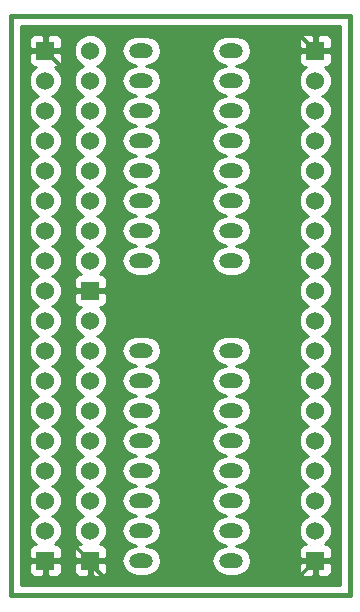
<source format=gbl>
G04 (created by PCBNEW (2013-01-23 BZR 3920)-testing) date Thu 24 Jan 2013 01:11:53 AM CET*
%MOIN*%
G04 Gerber Fmt 3.4, Leading zero omitted, Abs format*
%FSLAX34Y34*%
G01*
G70*
G90*
G04 APERTURE LIST*
%ADD10C,2.3622e-06*%
%ADD11C,0.015*%
%ADD12O,0.08X0.05*%
%ADD13R,0.06X0.06*%
%ADD14C,0.06*%
%ADD15C,0.012*%
%ADD16C,0.01*%
G04 APERTURE END LIST*
G54D10*
G54D11*
X64950Y-33050D02*
X64950Y-13750D01*
X76250Y-33050D02*
X76250Y-13750D01*
X64950Y-33050D02*
X76250Y-33050D01*
X64950Y-13750D02*
X76250Y-13750D01*
G54D12*
X72300Y-31900D03*
X72300Y-30900D03*
X72300Y-29900D03*
X72300Y-28900D03*
X72300Y-27900D03*
X72300Y-26900D03*
X72300Y-25900D03*
X72300Y-24900D03*
X69300Y-24900D03*
X69300Y-25900D03*
X69300Y-26900D03*
X69300Y-27900D03*
X69300Y-28900D03*
X69300Y-29900D03*
X69300Y-30900D03*
X69300Y-31900D03*
X72300Y-21900D03*
X72300Y-20900D03*
X72300Y-19900D03*
X72300Y-18900D03*
X72300Y-17900D03*
X72300Y-16900D03*
X72300Y-15900D03*
X72300Y-14900D03*
X69300Y-14900D03*
X69300Y-15900D03*
X69300Y-16900D03*
X69300Y-17900D03*
X69300Y-18900D03*
X69300Y-19900D03*
X69300Y-20900D03*
X69300Y-21900D03*
G54D13*
X67600Y-31900D03*
G54D14*
X67600Y-30900D03*
X67600Y-29900D03*
X67600Y-28900D03*
X67600Y-27900D03*
X67600Y-26900D03*
X67600Y-25900D03*
X67600Y-24900D03*
X67600Y-23900D03*
G54D13*
X66100Y-14900D03*
G54D14*
X66100Y-15900D03*
X66100Y-16900D03*
X66100Y-17900D03*
X66100Y-18900D03*
X66100Y-19900D03*
X66100Y-20900D03*
X66100Y-21900D03*
X66100Y-22900D03*
G54D13*
X66100Y-31900D03*
G54D14*
X66100Y-30900D03*
X66100Y-29900D03*
X66100Y-28900D03*
X66100Y-27900D03*
X66100Y-26900D03*
X66100Y-25900D03*
X66100Y-24900D03*
X66100Y-23900D03*
G54D13*
X75100Y-31900D03*
G54D14*
X75100Y-30900D03*
X75100Y-29900D03*
X75100Y-28900D03*
X75100Y-27900D03*
X75100Y-26900D03*
X75100Y-25900D03*
X75100Y-24900D03*
X75100Y-23900D03*
G54D13*
X75100Y-14900D03*
G54D14*
X75100Y-15900D03*
X75100Y-16900D03*
X75100Y-17900D03*
X75100Y-18900D03*
X75100Y-19900D03*
X75100Y-20900D03*
X75100Y-21900D03*
X75100Y-22900D03*
G54D13*
X67600Y-22900D03*
G54D14*
X67600Y-21900D03*
X67600Y-20900D03*
X67600Y-19900D03*
X67600Y-18900D03*
X67600Y-17900D03*
X67600Y-16900D03*
X67600Y-15900D03*
X67600Y-14900D03*
G54D15*
X66100Y-14900D02*
X66100Y-14400D01*
X74350Y-14150D02*
X75100Y-14900D01*
X66350Y-14150D02*
X74350Y-14150D01*
X66100Y-14400D02*
X66350Y-14150D01*
X66850Y-15650D02*
X66100Y-14900D01*
X66850Y-22600D02*
X66850Y-15650D01*
X67150Y-22900D02*
X66850Y-22600D01*
X67600Y-31900D02*
X67600Y-32000D01*
X74450Y-32550D02*
X75100Y-31900D01*
X68150Y-32550D02*
X74450Y-32550D01*
X67600Y-32000D02*
X68150Y-32550D01*
X67600Y-22900D02*
X67150Y-22900D01*
X67150Y-22900D02*
X66900Y-23150D01*
X66900Y-31200D02*
X67600Y-31900D01*
X66900Y-23150D02*
X66900Y-31200D01*
X66100Y-31900D02*
X67600Y-31900D01*
G54D10*
G36*
X75925Y-32725D02*
X75650Y-32725D01*
X75650Y-30791D01*
X75566Y-30588D01*
X75411Y-30434D01*
X75330Y-30400D01*
X75411Y-30366D01*
X75565Y-30211D01*
X75649Y-30009D01*
X75650Y-29791D01*
X75566Y-29588D01*
X75411Y-29434D01*
X75330Y-29400D01*
X75411Y-29366D01*
X75565Y-29211D01*
X75649Y-29009D01*
X75650Y-28791D01*
X75566Y-28588D01*
X75411Y-28434D01*
X75330Y-28400D01*
X75411Y-28366D01*
X75565Y-28211D01*
X75649Y-28009D01*
X75650Y-27791D01*
X75566Y-27588D01*
X75411Y-27434D01*
X75330Y-27400D01*
X75411Y-27366D01*
X75565Y-27211D01*
X75649Y-27009D01*
X75650Y-26791D01*
X75566Y-26588D01*
X75411Y-26434D01*
X75330Y-26400D01*
X75411Y-26366D01*
X75565Y-26211D01*
X75649Y-26009D01*
X75650Y-25791D01*
X75566Y-25588D01*
X75411Y-25434D01*
X75330Y-25400D01*
X75411Y-25366D01*
X75565Y-25211D01*
X75649Y-25009D01*
X75650Y-24791D01*
X75566Y-24588D01*
X75411Y-24434D01*
X75330Y-24400D01*
X75411Y-24366D01*
X75565Y-24211D01*
X75649Y-24009D01*
X75650Y-23791D01*
X75566Y-23588D01*
X75411Y-23434D01*
X75330Y-23400D01*
X75411Y-23366D01*
X75565Y-23211D01*
X75649Y-23009D01*
X75650Y-22791D01*
X75566Y-22588D01*
X75411Y-22434D01*
X75330Y-22400D01*
X75411Y-22366D01*
X75565Y-22211D01*
X75649Y-22009D01*
X75650Y-21791D01*
X75566Y-21588D01*
X75411Y-21434D01*
X75330Y-21400D01*
X75411Y-21366D01*
X75565Y-21211D01*
X75649Y-21009D01*
X75650Y-20791D01*
X75566Y-20588D01*
X75411Y-20434D01*
X75330Y-20400D01*
X75411Y-20366D01*
X75565Y-20211D01*
X75649Y-20009D01*
X75650Y-19791D01*
X75566Y-19588D01*
X75411Y-19434D01*
X75330Y-19400D01*
X75411Y-19366D01*
X75565Y-19211D01*
X75649Y-19009D01*
X75650Y-18791D01*
X75566Y-18588D01*
X75411Y-18434D01*
X75330Y-18400D01*
X75411Y-18366D01*
X75565Y-18211D01*
X75649Y-18009D01*
X75650Y-17791D01*
X75566Y-17588D01*
X75411Y-17434D01*
X75330Y-17400D01*
X75411Y-17366D01*
X75565Y-17211D01*
X75649Y-17009D01*
X75650Y-16791D01*
X75566Y-16588D01*
X75411Y-16434D01*
X75330Y-16400D01*
X75411Y-16366D01*
X75565Y-16211D01*
X75649Y-16009D01*
X75650Y-15791D01*
X75566Y-15588D01*
X75427Y-15449D01*
X75449Y-15449D01*
X75541Y-15411D01*
X75612Y-15341D01*
X75650Y-15249D01*
X75650Y-14550D01*
X75612Y-14458D01*
X75541Y-14388D01*
X75449Y-14350D01*
X75350Y-14349D01*
X75212Y-14350D01*
X75150Y-14412D01*
X75150Y-14850D01*
X75587Y-14850D01*
X75650Y-14787D01*
X75650Y-14550D01*
X75650Y-15249D01*
X75650Y-15012D01*
X75587Y-14950D01*
X75200Y-14950D01*
X75150Y-14950D01*
X75050Y-14950D01*
X75050Y-14850D01*
X75050Y-14412D01*
X74987Y-14350D01*
X74849Y-14349D01*
X74750Y-14350D01*
X74658Y-14388D01*
X74587Y-14458D01*
X74549Y-14550D01*
X74550Y-14787D01*
X74612Y-14850D01*
X75050Y-14850D01*
X75050Y-14950D01*
X75000Y-14950D01*
X74612Y-14950D01*
X74550Y-15012D01*
X74549Y-15249D01*
X74587Y-15341D01*
X74658Y-15411D01*
X74750Y-15449D01*
X74772Y-15449D01*
X74634Y-15588D01*
X74550Y-15790D01*
X74549Y-16008D01*
X74633Y-16211D01*
X74788Y-16365D01*
X74869Y-16399D01*
X74788Y-16433D01*
X74634Y-16588D01*
X74550Y-16790D01*
X74549Y-17008D01*
X74633Y-17211D01*
X74788Y-17365D01*
X74869Y-17399D01*
X74788Y-17433D01*
X74634Y-17588D01*
X74550Y-17790D01*
X74549Y-18008D01*
X74633Y-18211D01*
X74788Y-18365D01*
X74869Y-18399D01*
X74788Y-18433D01*
X74634Y-18588D01*
X74550Y-18790D01*
X74549Y-19008D01*
X74633Y-19211D01*
X74788Y-19365D01*
X74869Y-19399D01*
X74788Y-19433D01*
X74634Y-19588D01*
X74550Y-19790D01*
X74549Y-20008D01*
X74633Y-20211D01*
X74788Y-20365D01*
X74869Y-20399D01*
X74788Y-20433D01*
X74634Y-20588D01*
X74550Y-20790D01*
X74549Y-21008D01*
X74633Y-21211D01*
X74788Y-21365D01*
X74869Y-21399D01*
X74788Y-21433D01*
X74634Y-21588D01*
X74550Y-21790D01*
X74549Y-22008D01*
X74633Y-22211D01*
X74788Y-22365D01*
X74869Y-22399D01*
X74788Y-22433D01*
X74634Y-22588D01*
X74550Y-22790D01*
X74549Y-23008D01*
X74633Y-23211D01*
X74788Y-23365D01*
X74869Y-23399D01*
X74788Y-23433D01*
X74634Y-23588D01*
X74550Y-23790D01*
X74549Y-24008D01*
X74633Y-24211D01*
X74788Y-24365D01*
X74869Y-24399D01*
X74788Y-24433D01*
X74634Y-24588D01*
X74550Y-24790D01*
X74549Y-25008D01*
X74633Y-25211D01*
X74788Y-25365D01*
X74869Y-25399D01*
X74788Y-25433D01*
X74634Y-25588D01*
X74550Y-25790D01*
X74549Y-26008D01*
X74633Y-26211D01*
X74788Y-26365D01*
X74869Y-26399D01*
X74788Y-26433D01*
X74634Y-26588D01*
X74550Y-26790D01*
X74549Y-27008D01*
X74633Y-27211D01*
X74788Y-27365D01*
X74869Y-27399D01*
X74788Y-27433D01*
X74634Y-27588D01*
X74550Y-27790D01*
X74549Y-28008D01*
X74633Y-28211D01*
X74788Y-28365D01*
X74869Y-28399D01*
X74788Y-28433D01*
X74634Y-28588D01*
X74550Y-28790D01*
X74549Y-29008D01*
X74633Y-29211D01*
X74788Y-29365D01*
X74869Y-29399D01*
X74788Y-29433D01*
X74634Y-29588D01*
X74550Y-29790D01*
X74549Y-30008D01*
X74633Y-30211D01*
X74788Y-30365D01*
X74869Y-30399D01*
X74788Y-30433D01*
X74634Y-30588D01*
X74550Y-30790D01*
X74549Y-31008D01*
X74633Y-31211D01*
X74772Y-31350D01*
X74750Y-31350D01*
X74658Y-31388D01*
X74587Y-31458D01*
X74549Y-31550D01*
X74550Y-31787D01*
X74612Y-31850D01*
X75000Y-31850D01*
X75050Y-31850D01*
X75150Y-31850D01*
X75200Y-31850D01*
X75587Y-31850D01*
X75650Y-31787D01*
X75650Y-31550D01*
X75612Y-31458D01*
X75541Y-31388D01*
X75449Y-31350D01*
X75427Y-31350D01*
X75565Y-31211D01*
X75649Y-31009D01*
X75650Y-30791D01*
X75650Y-32725D01*
X75650Y-32725D01*
X75650Y-32249D01*
X75650Y-32012D01*
X75587Y-31950D01*
X75150Y-31950D01*
X75150Y-32387D01*
X75212Y-32450D01*
X75350Y-32450D01*
X75449Y-32449D01*
X75541Y-32411D01*
X75612Y-32341D01*
X75650Y-32249D01*
X75650Y-32725D01*
X75050Y-32725D01*
X75050Y-32387D01*
X75050Y-31950D01*
X74612Y-31950D01*
X74550Y-32012D01*
X74549Y-32249D01*
X74587Y-32341D01*
X74658Y-32411D01*
X74750Y-32449D01*
X74849Y-32450D01*
X74987Y-32450D01*
X75050Y-32387D01*
X75050Y-32725D01*
X72962Y-32725D01*
X72962Y-31900D01*
X72924Y-31708D01*
X72816Y-31546D01*
X72654Y-31438D01*
X72462Y-31400D01*
X72654Y-31361D01*
X72816Y-31253D01*
X72924Y-31091D01*
X72962Y-30900D01*
X72924Y-30708D01*
X72816Y-30546D01*
X72654Y-30438D01*
X72462Y-30400D01*
X72654Y-30361D01*
X72816Y-30253D01*
X72924Y-30091D01*
X72962Y-29900D01*
X72924Y-29708D01*
X72816Y-29546D01*
X72654Y-29438D01*
X72462Y-29400D01*
X72654Y-29361D01*
X72816Y-29253D01*
X72924Y-29091D01*
X72962Y-28900D01*
X72924Y-28708D01*
X72816Y-28546D01*
X72654Y-28438D01*
X72462Y-28400D01*
X72654Y-28361D01*
X72816Y-28253D01*
X72924Y-28091D01*
X72962Y-27900D01*
X72924Y-27708D01*
X72816Y-27546D01*
X72654Y-27438D01*
X72462Y-27400D01*
X72654Y-27361D01*
X72816Y-27253D01*
X72924Y-27091D01*
X72962Y-26900D01*
X72924Y-26708D01*
X72816Y-26546D01*
X72654Y-26438D01*
X72462Y-26400D01*
X72654Y-26361D01*
X72816Y-26253D01*
X72924Y-26091D01*
X72962Y-25900D01*
X72924Y-25708D01*
X72816Y-25546D01*
X72654Y-25438D01*
X72462Y-25400D01*
X72654Y-25361D01*
X72816Y-25253D01*
X72924Y-25091D01*
X72962Y-24900D01*
X72962Y-21900D01*
X72924Y-21708D01*
X72816Y-21546D01*
X72654Y-21438D01*
X72462Y-21400D01*
X72654Y-21361D01*
X72816Y-21253D01*
X72924Y-21091D01*
X72962Y-20900D01*
X72924Y-20708D01*
X72816Y-20546D01*
X72654Y-20438D01*
X72462Y-20400D01*
X72654Y-20361D01*
X72816Y-20253D01*
X72924Y-20091D01*
X72962Y-19900D01*
X72924Y-19708D01*
X72816Y-19546D01*
X72654Y-19438D01*
X72462Y-19400D01*
X72654Y-19361D01*
X72816Y-19253D01*
X72924Y-19091D01*
X72962Y-18900D01*
X72924Y-18708D01*
X72816Y-18546D01*
X72654Y-18438D01*
X72462Y-18400D01*
X72654Y-18361D01*
X72816Y-18253D01*
X72924Y-18091D01*
X72962Y-17900D01*
X72924Y-17708D01*
X72816Y-17546D01*
X72654Y-17438D01*
X72462Y-17400D01*
X72654Y-17361D01*
X72816Y-17253D01*
X72924Y-17091D01*
X72962Y-16900D01*
X72924Y-16708D01*
X72816Y-16546D01*
X72654Y-16438D01*
X72462Y-16400D01*
X72654Y-16361D01*
X72816Y-16253D01*
X72924Y-16091D01*
X72962Y-15900D01*
X72924Y-15708D01*
X72816Y-15546D01*
X72654Y-15438D01*
X72462Y-15400D01*
X72654Y-15361D01*
X72816Y-15253D01*
X72924Y-15091D01*
X72962Y-14900D01*
X72924Y-14708D01*
X72816Y-14546D01*
X72654Y-14438D01*
X72462Y-14400D01*
X72137Y-14400D01*
X71945Y-14438D01*
X71783Y-14546D01*
X71675Y-14708D01*
X71637Y-14900D01*
X71675Y-15091D01*
X71783Y-15253D01*
X71945Y-15361D01*
X72137Y-15400D01*
X71945Y-15438D01*
X71783Y-15546D01*
X71675Y-15708D01*
X71637Y-15900D01*
X71675Y-16091D01*
X71783Y-16253D01*
X71945Y-16361D01*
X72137Y-16400D01*
X71945Y-16438D01*
X71783Y-16546D01*
X71675Y-16708D01*
X71637Y-16900D01*
X71675Y-17091D01*
X71783Y-17253D01*
X71945Y-17361D01*
X72137Y-17400D01*
X71945Y-17438D01*
X71783Y-17546D01*
X71675Y-17708D01*
X71637Y-17900D01*
X71675Y-18091D01*
X71783Y-18253D01*
X71945Y-18361D01*
X72137Y-18400D01*
X71945Y-18438D01*
X71783Y-18546D01*
X71675Y-18708D01*
X71637Y-18900D01*
X71675Y-19091D01*
X71783Y-19253D01*
X71945Y-19361D01*
X72137Y-19400D01*
X71945Y-19438D01*
X71783Y-19546D01*
X71675Y-19708D01*
X71637Y-19900D01*
X71675Y-20091D01*
X71783Y-20253D01*
X71945Y-20361D01*
X72137Y-20400D01*
X71945Y-20438D01*
X71783Y-20546D01*
X71675Y-20708D01*
X71637Y-20900D01*
X71675Y-21091D01*
X71783Y-21253D01*
X71945Y-21361D01*
X72137Y-21400D01*
X71945Y-21438D01*
X71783Y-21546D01*
X71675Y-21708D01*
X71637Y-21900D01*
X71675Y-22091D01*
X71783Y-22253D01*
X71945Y-22361D01*
X72137Y-22400D01*
X72462Y-22400D01*
X72654Y-22361D01*
X72816Y-22253D01*
X72924Y-22091D01*
X72962Y-21900D01*
X72962Y-24900D01*
X72924Y-24708D01*
X72816Y-24546D01*
X72654Y-24438D01*
X72462Y-24400D01*
X72137Y-24400D01*
X71945Y-24438D01*
X71783Y-24546D01*
X71675Y-24708D01*
X71637Y-24900D01*
X71675Y-25091D01*
X71783Y-25253D01*
X71945Y-25361D01*
X72137Y-25400D01*
X71945Y-25438D01*
X71783Y-25546D01*
X71675Y-25708D01*
X71637Y-25900D01*
X71675Y-26091D01*
X71783Y-26253D01*
X71945Y-26361D01*
X72137Y-26400D01*
X71945Y-26438D01*
X71783Y-26546D01*
X71675Y-26708D01*
X71637Y-26900D01*
X71675Y-27091D01*
X71783Y-27253D01*
X71945Y-27361D01*
X72137Y-27400D01*
X71945Y-27438D01*
X71783Y-27546D01*
X71675Y-27708D01*
X71637Y-27900D01*
X71675Y-28091D01*
X71783Y-28253D01*
X71945Y-28361D01*
X72137Y-28400D01*
X71945Y-28438D01*
X71783Y-28546D01*
X71675Y-28708D01*
X71637Y-28900D01*
X71675Y-29091D01*
X71783Y-29253D01*
X71945Y-29361D01*
X72137Y-29400D01*
X71945Y-29438D01*
X71783Y-29546D01*
X71675Y-29708D01*
X71637Y-29900D01*
X71675Y-30091D01*
X71783Y-30253D01*
X71945Y-30361D01*
X72137Y-30400D01*
X71945Y-30438D01*
X71783Y-30546D01*
X71675Y-30708D01*
X71637Y-30900D01*
X71675Y-31091D01*
X71783Y-31253D01*
X71945Y-31361D01*
X72137Y-31400D01*
X71945Y-31438D01*
X71783Y-31546D01*
X71675Y-31708D01*
X71637Y-31900D01*
X71675Y-32091D01*
X71783Y-32253D01*
X71945Y-32361D01*
X72137Y-32400D01*
X72462Y-32400D01*
X72654Y-32361D01*
X72816Y-32253D01*
X72924Y-32091D01*
X72962Y-31900D01*
X72962Y-32725D01*
X69962Y-32725D01*
X69962Y-31900D01*
X69924Y-31708D01*
X69816Y-31546D01*
X69654Y-31438D01*
X69462Y-31400D01*
X69654Y-31361D01*
X69816Y-31253D01*
X69924Y-31091D01*
X69962Y-30900D01*
X69924Y-30708D01*
X69816Y-30546D01*
X69654Y-30438D01*
X69462Y-30400D01*
X69654Y-30361D01*
X69816Y-30253D01*
X69924Y-30091D01*
X69962Y-29900D01*
X69924Y-29708D01*
X69816Y-29546D01*
X69654Y-29438D01*
X69462Y-29400D01*
X69654Y-29361D01*
X69816Y-29253D01*
X69924Y-29091D01*
X69962Y-28900D01*
X69924Y-28708D01*
X69816Y-28546D01*
X69654Y-28438D01*
X69462Y-28400D01*
X69654Y-28361D01*
X69816Y-28253D01*
X69924Y-28091D01*
X69962Y-27900D01*
X69924Y-27708D01*
X69816Y-27546D01*
X69654Y-27438D01*
X69462Y-27400D01*
X69654Y-27361D01*
X69816Y-27253D01*
X69924Y-27091D01*
X69962Y-26900D01*
X69924Y-26708D01*
X69816Y-26546D01*
X69654Y-26438D01*
X69462Y-26400D01*
X69654Y-26361D01*
X69816Y-26253D01*
X69924Y-26091D01*
X69962Y-25900D01*
X69924Y-25708D01*
X69816Y-25546D01*
X69654Y-25438D01*
X69462Y-25400D01*
X69654Y-25361D01*
X69816Y-25253D01*
X69924Y-25091D01*
X69962Y-24900D01*
X69962Y-21900D01*
X69924Y-21708D01*
X69816Y-21546D01*
X69654Y-21438D01*
X69462Y-21400D01*
X69654Y-21361D01*
X69816Y-21253D01*
X69924Y-21091D01*
X69962Y-20900D01*
X69924Y-20708D01*
X69816Y-20546D01*
X69654Y-20438D01*
X69462Y-20400D01*
X69654Y-20361D01*
X69816Y-20253D01*
X69924Y-20091D01*
X69962Y-19900D01*
X69924Y-19708D01*
X69816Y-19546D01*
X69654Y-19438D01*
X69462Y-19400D01*
X69654Y-19361D01*
X69816Y-19253D01*
X69924Y-19091D01*
X69962Y-18900D01*
X69924Y-18708D01*
X69816Y-18546D01*
X69654Y-18438D01*
X69462Y-18400D01*
X69654Y-18361D01*
X69816Y-18253D01*
X69924Y-18091D01*
X69962Y-17900D01*
X69924Y-17708D01*
X69816Y-17546D01*
X69654Y-17438D01*
X69462Y-17400D01*
X69654Y-17361D01*
X69816Y-17253D01*
X69924Y-17091D01*
X69962Y-16900D01*
X69924Y-16708D01*
X69816Y-16546D01*
X69654Y-16438D01*
X69462Y-16400D01*
X69654Y-16361D01*
X69816Y-16253D01*
X69924Y-16091D01*
X69962Y-15900D01*
X69924Y-15708D01*
X69816Y-15546D01*
X69654Y-15438D01*
X69462Y-15400D01*
X69654Y-15361D01*
X69816Y-15253D01*
X69924Y-15091D01*
X69962Y-14900D01*
X69924Y-14708D01*
X69816Y-14546D01*
X69654Y-14438D01*
X69462Y-14400D01*
X69137Y-14400D01*
X68945Y-14438D01*
X68783Y-14546D01*
X68675Y-14708D01*
X68637Y-14900D01*
X68675Y-15091D01*
X68783Y-15253D01*
X68945Y-15361D01*
X69137Y-15400D01*
X68945Y-15438D01*
X68783Y-15546D01*
X68675Y-15708D01*
X68637Y-15900D01*
X68675Y-16091D01*
X68783Y-16253D01*
X68945Y-16361D01*
X69137Y-16400D01*
X68945Y-16438D01*
X68783Y-16546D01*
X68675Y-16708D01*
X68637Y-16900D01*
X68675Y-17091D01*
X68783Y-17253D01*
X68945Y-17361D01*
X69137Y-17400D01*
X68945Y-17438D01*
X68783Y-17546D01*
X68675Y-17708D01*
X68637Y-17900D01*
X68675Y-18091D01*
X68783Y-18253D01*
X68945Y-18361D01*
X69137Y-18400D01*
X68945Y-18438D01*
X68783Y-18546D01*
X68675Y-18708D01*
X68637Y-18900D01*
X68675Y-19091D01*
X68783Y-19253D01*
X68945Y-19361D01*
X69137Y-19400D01*
X68945Y-19438D01*
X68783Y-19546D01*
X68675Y-19708D01*
X68637Y-19900D01*
X68675Y-20091D01*
X68783Y-20253D01*
X68945Y-20361D01*
X69137Y-20400D01*
X68945Y-20438D01*
X68783Y-20546D01*
X68675Y-20708D01*
X68637Y-20900D01*
X68675Y-21091D01*
X68783Y-21253D01*
X68945Y-21361D01*
X69137Y-21400D01*
X68945Y-21438D01*
X68783Y-21546D01*
X68675Y-21708D01*
X68637Y-21900D01*
X68675Y-22091D01*
X68783Y-22253D01*
X68945Y-22361D01*
X69137Y-22400D01*
X69462Y-22400D01*
X69654Y-22361D01*
X69816Y-22253D01*
X69924Y-22091D01*
X69962Y-21900D01*
X69962Y-24900D01*
X69924Y-24708D01*
X69816Y-24546D01*
X69654Y-24438D01*
X69462Y-24400D01*
X69137Y-24400D01*
X68945Y-24438D01*
X68783Y-24546D01*
X68675Y-24708D01*
X68637Y-24900D01*
X68675Y-25091D01*
X68783Y-25253D01*
X68945Y-25361D01*
X69137Y-25400D01*
X68945Y-25438D01*
X68783Y-25546D01*
X68675Y-25708D01*
X68637Y-25900D01*
X68675Y-26091D01*
X68783Y-26253D01*
X68945Y-26361D01*
X69137Y-26400D01*
X68945Y-26438D01*
X68783Y-26546D01*
X68675Y-26708D01*
X68637Y-26900D01*
X68675Y-27091D01*
X68783Y-27253D01*
X68945Y-27361D01*
X69137Y-27400D01*
X68945Y-27438D01*
X68783Y-27546D01*
X68675Y-27708D01*
X68637Y-27900D01*
X68675Y-28091D01*
X68783Y-28253D01*
X68945Y-28361D01*
X69137Y-28400D01*
X68945Y-28438D01*
X68783Y-28546D01*
X68675Y-28708D01*
X68637Y-28900D01*
X68675Y-29091D01*
X68783Y-29253D01*
X68945Y-29361D01*
X69137Y-29400D01*
X68945Y-29438D01*
X68783Y-29546D01*
X68675Y-29708D01*
X68637Y-29900D01*
X68675Y-30091D01*
X68783Y-30253D01*
X68945Y-30361D01*
X69137Y-30400D01*
X68945Y-30438D01*
X68783Y-30546D01*
X68675Y-30708D01*
X68637Y-30900D01*
X68675Y-31091D01*
X68783Y-31253D01*
X68945Y-31361D01*
X69137Y-31400D01*
X68945Y-31438D01*
X68783Y-31546D01*
X68675Y-31708D01*
X68637Y-31900D01*
X68675Y-32091D01*
X68783Y-32253D01*
X68945Y-32361D01*
X69137Y-32400D01*
X69462Y-32400D01*
X69654Y-32361D01*
X69816Y-32253D01*
X69924Y-32091D01*
X69962Y-31900D01*
X69962Y-32725D01*
X68150Y-32725D01*
X68150Y-30791D01*
X68066Y-30588D01*
X67911Y-30434D01*
X67830Y-30400D01*
X67911Y-30366D01*
X68065Y-30211D01*
X68149Y-30009D01*
X68150Y-29791D01*
X68066Y-29588D01*
X67911Y-29434D01*
X67830Y-29400D01*
X67911Y-29366D01*
X68065Y-29211D01*
X68149Y-29009D01*
X68150Y-28791D01*
X68066Y-28588D01*
X67911Y-28434D01*
X67830Y-28400D01*
X67911Y-28366D01*
X68065Y-28211D01*
X68149Y-28009D01*
X68150Y-27791D01*
X68066Y-27588D01*
X67911Y-27434D01*
X67830Y-27400D01*
X67911Y-27366D01*
X68065Y-27211D01*
X68149Y-27009D01*
X68150Y-26791D01*
X68066Y-26588D01*
X67911Y-26434D01*
X67830Y-26400D01*
X67911Y-26366D01*
X68065Y-26211D01*
X68149Y-26009D01*
X68150Y-25791D01*
X68066Y-25588D01*
X67911Y-25434D01*
X67830Y-25400D01*
X67911Y-25366D01*
X68065Y-25211D01*
X68149Y-25009D01*
X68150Y-24791D01*
X68066Y-24588D01*
X67911Y-24434D01*
X67830Y-24400D01*
X67911Y-24366D01*
X68065Y-24211D01*
X68149Y-24009D01*
X68150Y-23791D01*
X68150Y-21791D01*
X68066Y-21588D01*
X67911Y-21434D01*
X67830Y-21400D01*
X67911Y-21366D01*
X68065Y-21211D01*
X68149Y-21009D01*
X68150Y-20791D01*
X68066Y-20588D01*
X67911Y-20434D01*
X67830Y-20400D01*
X67911Y-20366D01*
X68065Y-20211D01*
X68149Y-20009D01*
X68150Y-19791D01*
X68066Y-19588D01*
X67911Y-19434D01*
X67830Y-19400D01*
X67911Y-19366D01*
X68065Y-19211D01*
X68149Y-19009D01*
X68150Y-18791D01*
X68066Y-18588D01*
X67911Y-18434D01*
X67830Y-18400D01*
X67911Y-18366D01*
X68065Y-18211D01*
X68149Y-18009D01*
X68150Y-17791D01*
X68066Y-17588D01*
X67911Y-17434D01*
X67830Y-17400D01*
X67911Y-17366D01*
X68065Y-17211D01*
X68149Y-17009D01*
X68150Y-16791D01*
X68066Y-16588D01*
X67911Y-16434D01*
X67830Y-16400D01*
X67911Y-16366D01*
X68065Y-16211D01*
X68149Y-16009D01*
X68150Y-15791D01*
X68066Y-15588D01*
X67911Y-15434D01*
X67830Y-15400D01*
X67911Y-15366D01*
X68065Y-15211D01*
X68149Y-15009D01*
X68150Y-14791D01*
X68066Y-14588D01*
X67911Y-14434D01*
X67709Y-14350D01*
X67491Y-14349D01*
X67288Y-14433D01*
X67134Y-14588D01*
X67050Y-14790D01*
X67049Y-15008D01*
X67133Y-15211D01*
X67288Y-15365D01*
X67369Y-15399D01*
X67288Y-15433D01*
X67134Y-15588D01*
X67050Y-15790D01*
X67049Y-16008D01*
X67133Y-16211D01*
X67288Y-16365D01*
X67369Y-16399D01*
X67288Y-16433D01*
X67134Y-16588D01*
X67050Y-16790D01*
X67049Y-17008D01*
X67133Y-17211D01*
X67288Y-17365D01*
X67369Y-17399D01*
X67288Y-17433D01*
X67134Y-17588D01*
X67050Y-17790D01*
X67049Y-18008D01*
X67133Y-18211D01*
X67288Y-18365D01*
X67369Y-18399D01*
X67288Y-18433D01*
X67134Y-18588D01*
X67050Y-18790D01*
X67049Y-19008D01*
X67133Y-19211D01*
X67288Y-19365D01*
X67369Y-19399D01*
X67288Y-19433D01*
X67134Y-19588D01*
X67050Y-19790D01*
X67049Y-20008D01*
X67133Y-20211D01*
X67288Y-20365D01*
X67369Y-20399D01*
X67288Y-20433D01*
X67134Y-20588D01*
X67050Y-20790D01*
X67049Y-21008D01*
X67133Y-21211D01*
X67288Y-21365D01*
X67369Y-21399D01*
X67288Y-21433D01*
X67134Y-21588D01*
X67050Y-21790D01*
X67049Y-22008D01*
X67133Y-22211D01*
X67272Y-22350D01*
X67250Y-22350D01*
X67158Y-22388D01*
X67087Y-22458D01*
X67049Y-22550D01*
X67050Y-22787D01*
X67112Y-22850D01*
X67500Y-22850D01*
X67550Y-22850D01*
X67650Y-22850D01*
X67700Y-22850D01*
X68087Y-22850D01*
X68150Y-22787D01*
X68150Y-22550D01*
X68112Y-22458D01*
X68041Y-22388D01*
X67949Y-22350D01*
X67927Y-22350D01*
X68065Y-22211D01*
X68149Y-22009D01*
X68150Y-21791D01*
X68150Y-23791D01*
X68066Y-23588D01*
X67927Y-23449D01*
X67949Y-23449D01*
X68041Y-23411D01*
X68112Y-23341D01*
X68150Y-23249D01*
X68150Y-23012D01*
X68087Y-22950D01*
X67700Y-22950D01*
X67650Y-22950D01*
X67550Y-22950D01*
X67500Y-22950D01*
X67112Y-22950D01*
X67050Y-23012D01*
X67049Y-23249D01*
X67087Y-23341D01*
X67158Y-23411D01*
X67250Y-23449D01*
X67272Y-23449D01*
X67134Y-23588D01*
X67050Y-23790D01*
X67049Y-24008D01*
X67133Y-24211D01*
X67288Y-24365D01*
X67369Y-24399D01*
X67288Y-24433D01*
X67134Y-24588D01*
X67050Y-24790D01*
X67049Y-25008D01*
X67133Y-25211D01*
X67288Y-25365D01*
X67369Y-25399D01*
X67288Y-25433D01*
X67134Y-25588D01*
X67050Y-25790D01*
X67049Y-26008D01*
X67133Y-26211D01*
X67288Y-26365D01*
X67369Y-26399D01*
X67288Y-26433D01*
X67134Y-26588D01*
X67050Y-26790D01*
X67049Y-27008D01*
X67133Y-27211D01*
X67288Y-27365D01*
X67369Y-27399D01*
X67288Y-27433D01*
X67134Y-27588D01*
X67050Y-27790D01*
X67049Y-28008D01*
X67133Y-28211D01*
X67288Y-28365D01*
X67369Y-28399D01*
X67288Y-28433D01*
X67134Y-28588D01*
X67050Y-28790D01*
X67049Y-29008D01*
X67133Y-29211D01*
X67288Y-29365D01*
X67369Y-29399D01*
X67288Y-29433D01*
X67134Y-29588D01*
X67050Y-29790D01*
X67049Y-30008D01*
X67133Y-30211D01*
X67288Y-30365D01*
X67369Y-30399D01*
X67288Y-30433D01*
X67134Y-30588D01*
X67050Y-30790D01*
X67049Y-31008D01*
X67133Y-31211D01*
X67272Y-31350D01*
X67250Y-31350D01*
X67158Y-31388D01*
X67087Y-31458D01*
X67049Y-31550D01*
X67050Y-31787D01*
X67112Y-31850D01*
X67500Y-31850D01*
X67550Y-31850D01*
X67650Y-31850D01*
X67700Y-31850D01*
X68087Y-31850D01*
X68150Y-31787D01*
X68150Y-31550D01*
X68112Y-31458D01*
X68041Y-31388D01*
X67949Y-31350D01*
X67927Y-31350D01*
X68065Y-31211D01*
X68149Y-31009D01*
X68150Y-30791D01*
X68150Y-32725D01*
X68150Y-32725D01*
X68150Y-32249D01*
X68150Y-32012D01*
X68087Y-31950D01*
X67650Y-31950D01*
X67650Y-32387D01*
X67712Y-32450D01*
X67850Y-32450D01*
X67949Y-32449D01*
X68041Y-32411D01*
X68112Y-32341D01*
X68150Y-32249D01*
X68150Y-32725D01*
X67550Y-32725D01*
X67550Y-32387D01*
X67550Y-31950D01*
X67112Y-31950D01*
X67050Y-32012D01*
X67049Y-32249D01*
X67087Y-32341D01*
X67158Y-32411D01*
X67250Y-32449D01*
X67349Y-32450D01*
X67487Y-32450D01*
X67550Y-32387D01*
X67550Y-32725D01*
X66650Y-32725D01*
X66650Y-30791D01*
X66566Y-30588D01*
X66411Y-30434D01*
X66330Y-30400D01*
X66411Y-30366D01*
X66565Y-30211D01*
X66649Y-30009D01*
X66650Y-29791D01*
X66566Y-29588D01*
X66411Y-29434D01*
X66330Y-29400D01*
X66411Y-29366D01*
X66565Y-29211D01*
X66649Y-29009D01*
X66650Y-28791D01*
X66566Y-28588D01*
X66411Y-28434D01*
X66330Y-28400D01*
X66411Y-28366D01*
X66565Y-28211D01*
X66649Y-28009D01*
X66650Y-27791D01*
X66566Y-27588D01*
X66411Y-27434D01*
X66330Y-27400D01*
X66411Y-27366D01*
X66565Y-27211D01*
X66649Y-27009D01*
X66650Y-26791D01*
X66566Y-26588D01*
X66411Y-26434D01*
X66330Y-26400D01*
X66411Y-26366D01*
X66565Y-26211D01*
X66649Y-26009D01*
X66650Y-25791D01*
X66566Y-25588D01*
X66411Y-25434D01*
X66330Y-25400D01*
X66411Y-25366D01*
X66565Y-25211D01*
X66649Y-25009D01*
X66650Y-24791D01*
X66566Y-24588D01*
X66411Y-24434D01*
X66330Y-24400D01*
X66411Y-24366D01*
X66565Y-24211D01*
X66649Y-24009D01*
X66650Y-23791D01*
X66566Y-23588D01*
X66411Y-23434D01*
X66330Y-23400D01*
X66411Y-23366D01*
X66565Y-23211D01*
X66649Y-23009D01*
X66650Y-22791D01*
X66566Y-22588D01*
X66411Y-22434D01*
X66330Y-22400D01*
X66411Y-22366D01*
X66565Y-22211D01*
X66649Y-22009D01*
X66650Y-21791D01*
X66566Y-21588D01*
X66411Y-21434D01*
X66330Y-21400D01*
X66411Y-21366D01*
X66565Y-21211D01*
X66649Y-21009D01*
X66650Y-20791D01*
X66566Y-20588D01*
X66411Y-20434D01*
X66330Y-20400D01*
X66411Y-20366D01*
X66565Y-20211D01*
X66649Y-20009D01*
X66650Y-19791D01*
X66566Y-19588D01*
X66411Y-19434D01*
X66330Y-19400D01*
X66411Y-19366D01*
X66565Y-19211D01*
X66649Y-19009D01*
X66650Y-18791D01*
X66566Y-18588D01*
X66411Y-18434D01*
X66330Y-18400D01*
X66411Y-18366D01*
X66565Y-18211D01*
X66649Y-18009D01*
X66650Y-17791D01*
X66566Y-17588D01*
X66411Y-17434D01*
X66330Y-17400D01*
X66411Y-17366D01*
X66565Y-17211D01*
X66649Y-17009D01*
X66650Y-16791D01*
X66566Y-16588D01*
X66411Y-16434D01*
X66330Y-16400D01*
X66411Y-16366D01*
X66565Y-16211D01*
X66649Y-16009D01*
X66650Y-15791D01*
X66566Y-15588D01*
X66427Y-15449D01*
X66449Y-15449D01*
X66541Y-15411D01*
X66612Y-15341D01*
X66650Y-15249D01*
X66650Y-14550D01*
X66612Y-14458D01*
X66541Y-14388D01*
X66449Y-14350D01*
X66350Y-14349D01*
X66212Y-14350D01*
X66150Y-14412D01*
X66150Y-14850D01*
X66587Y-14850D01*
X66650Y-14787D01*
X66650Y-14550D01*
X66650Y-15249D01*
X66650Y-15012D01*
X66587Y-14950D01*
X66200Y-14950D01*
X66150Y-14950D01*
X66050Y-14950D01*
X66050Y-14850D01*
X66050Y-14412D01*
X65987Y-14350D01*
X65849Y-14349D01*
X65750Y-14350D01*
X65658Y-14388D01*
X65587Y-14458D01*
X65549Y-14550D01*
X65550Y-14787D01*
X65612Y-14850D01*
X66050Y-14850D01*
X66050Y-14950D01*
X66000Y-14950D01*
X65612Y-14950D01*
X65550Y-15012D01*
X65549Y-15249D01*
X65587Y-15341D01*
X65658Y-15411D01*
X65750Y-15449D01*
X65772Y-15449D01*
X65634Y-15588D01*
X65550Y-15790D01*
X65549Y-16008D01*
X65633Y-16211D01*
X65788Y-16365D01*
X65869Y-16399D01*
X65788Y-16433D01*
X65634Y-16588D01*
X65550Y-16790D01*
X65549Y-17008D01*
X65633Y-17211D01*
X65788Y-17365D01*
X65869Y-17399D01*
X65788Y-17433D01*
X65634Y-17588D01*
X65550Y-17790D01*
X65549Y-18008D01*
X65633Y-18211D01*
X65788Y-18365D01*
X65869Y-18399D01*
X65788Y-18433D01*
X65634Y-18588D01*
X65550Y-18790D01*
X65549Y-19008D01*
X65633Y-19211D01*
X65788Y-19365D01*
X65869Y-19399D01*
X65788Y-19433D01*
X65634Y-19588D01*
X65550Y-19790D01*
X65549Y-20008D01*
X65633Y-20211D01*
X65788Y-20365D01*
X65869Y-20399D01*
X65788Y-20433D01*
X65634Y-20588D01*
X65550Y-20790D01*
X65549Y-21008D01*
X65633Y-21211D01*
X65788Y-21365D01*
X65869Y-21399D01*
X65788Y-21433D01*
X65634Y-21588D01*
X65550Y-21790D01*
X65549Y-22008D01*
X65633Y-22211D01*
X65788Y-22365D01*
X65869Y-22399D01*
X65788Y-22433D01*
X65634Y-22588D01*
X65550Y-22790D01*
X65549Y-23008D01*
X65633Y-23211D01*
X65788Y-23365D01*
X65869Y-23399D01*
X65788Y-23433D01*
X65634Y-23588D01*
X65550Y-23790D01*
X65549Y-24008D01*
X65633Y-24211D01*
X65788Y-24365D01*
X65869Y-24399D01*
X65788Y-24433D01*
X65634Y-24588D01*
X65550Y-24790D01*
X65549Y-25008D01*
X65633Y-25211D01*
X65788Y-25365D01*
X65869Y-25399D01*
X65788Y-25433D01*
X65634Y-25588D01*
X65550Y-25790D01*
X65549Y-26008D01*
X65633Y-26211D01*
X65788Y-26365D01*
X65869Y-26399D01*
X65788Y-26433D01*
X65634Y-26588D01*
X65550Y-26790D01*
X65549Y-27008D01*
X65633Y-27211D01*
X65788Y-27365D01*
X65869Y-27399D01*
X65788Y-27433D01*
X65634Y-27588D01*
X65550Y-27790D01*
X65549Y-28008D01*
X65633Y-28211D01*
X65788Y-28365D01*
X65869Y-28399D01*
X65788Y-28433D01*
X65634Y-28588D01*
X65550Y-28790D01*
X65549Y-29008D01*
X65633Y-29211D01*
X65788Y-29365D01*
X65869Y-29399D01*
X65788Y-29433D01*
X65634Y-29588D01*
X65550Y-29790D01*
X65549Y-30008D01*
X65633Y-30211D01*
X65788Y-30365D01*
X65869Y-30399D01*
X65788Y-30433D01*
X65634Y-30588D01*
X65550Y-30790D01*
X65549Y-31008D01*
X65633Y-31211D01*
X65772Y-31350D01*
X65750Y-31350D01*
X65658Y-31388D01*
X65587Y-31458D01*
X65549Y-31550D01*
X65550Y-31787D01*
X65612Y-31850D01*
X66000Y-31850D01*
X66050Y-31850D01*
X66150Y-31850D01*
X66200Y-31850D01*
X66587Y-31850D01*
X66650Y-31787D01*
X66650Y-31550D01*
X66612Y-31458D01*
X66541Y-31388D01*
X66449Y-31350D01*
X66427Y-31350D01*
X66565Y-31211D01*
X66649Y-31009D01*
X66650Y-30791D01*
X66650Y-32725D01*
X66650Y-32725D01*
X66650Y-32249D01*
X66650Y-32012D01*
X66587Y-31950D01*
X66150Y-31950D01*
X66150Y-32387D01*
X66212Y-32450D01*
X66350Y-32450D01*
X66449Y-32449D01*
X66541Y-32411D01*
X66612Y-32341D01*
X66650Y-32249D01*
X66650Y-32725D01*
X66050Y-32725D01*
X66050Y-32387D01*
X66050Y-31950D01*
X65612Y-31950D01*
X65550Y-32012D01*
X65549Y-32249D01*
X65587Y-32341D01*
X65658Y-32411D01*
X65750Y-32449D01*
X65849Y-32450D01*
X65987Y-32450D01*
X66050Y-32387D01*
X66050Y-32725D01*
X65275Y-32725D01*
X65275Y-14075D01*
X75925Y-14075D01*
X75925Y-32725D01*
X75925Y-32725D01*
G37*
G54D16*
X75925Y-32725D02*
X75650Y-32725D01*
X75650Y-30791D01*
X75566Y-30588D01*
X75411Y-30434D01*
X75330Y-30400D01*
X75411Y-30366D01*
X75565Y-30211D01*
X75649Y-30009D01*
X75650Y-29791D01*
X75566Y-29588D01*
X75411Y-29434D01*
X75330Y-29400D01*
X75411Y-29366D01*
X75565Y-29211D01*
X75649Y-29009D01*
X75650Y-28791D01*
X75566Y-28588D01*
X75411Y-28434D01*
X75330Y-28400D01*
X75411Y-28366D01*
X75565Y-28211D01*
X75649Y-28009D01*
X75650Y-27791D01*
X75566Y-27588D01*
X75411Y-27434D01*
X75330Y-27400D01*
X75411Y-27366D01*
X75565Y-27211D01*
X75649Y-27009D01*
X75650Y-26791D01*
X75566Y-26588D01*
X75411Y-26434D01*
X75330Y-26400D01*
X75411Y-26366D01*
X75565Y-26211D01*
X75649Y-26009D01*
X75650Y-25791D01*
X75566Y-25588D01*
X75411Y-25434D01*
X75330Y-25400D01*
X75411Y-25366D01*
X75565Y-25211D01*
X75649Y-25009D01*
X75650Y-24791D01*
X75566Y-24588D01*
X75411Y-24434D01*
X75330Y-24400D01*
X75411Y-24366D01*
X75565Y-24211D01*
X75649Y-24009D01*
X75650Y-23791D01*
X75566Y-23588D01*
X75411Y-23434D01*
X75330Y-23400D01*
X75411Y-23366D01*
X75565Y-23211D01*
X75649Y-23009D01*
X75650Y-22791D01*
X75566Y-22588D01*
X75411Y-22434D01*
X75330Y-22400D01*
X75411Y-22366D01*
X75565Y-22211D01*
X75649Y-22009D01*
X75650Y-21791D01*
X75566Y-21588D01*
X75411Y-21434D01*
X75330Y-21400D01*
X75411Y-21366D01*
X75565Y-21211D01*
X75649Y-21009D01*
X75650Y-20791D01*
X75566Y-20588D01*
X75411Y-20434D01*
X75330Y-20400D01*
X75411Y-20366D01*
X75565Y-20211D01*
X75649Y-20009D01*
X75650Y-19791D01*
X75566Y-19588D01*
X75411Y-19434D01*
X75330Y-19400D01*
X75411Y-19366D01*
X75565Y-19211D01*
X75649Y-19009D01*
X75650Y-18791D01*
X75566Y-18588D01*
X75411Y-18434D01*
X75330Y-18400D01*
X75411Y-18366D01*
X75565Y-18211D01*
X75649Y-18009D01*
X75650Y-17791D01*
X75566Y-17588D01*
X75411Y-17434D01*
X75330Y-17400D01*
X75411Y-17366D01*
X75565Y-17211D01*
X75649Y-17009D01*
X75650Y-16791D01*
X75566Y-16588D01*
X75411Y-16434D01*
X75330Y-16400D01*
X75411Y-16366D01*
X75565Y-16211D01*
X75649Y-16009D01*
X75650Y-15791D01*
X75566Y-15588D01*
X75427Y-15449D01*
X75449Y-15449D01*
X75541Y-15411D01*
X75612Y-15341D01*
X75650Y-15249D01*
X75650Y-14550D01*
X75612Y-14458D01*
X75541Y-14388D01*
X75449Y-14350D01*
X75350Y-14349D01*
X75212Y-14350D01*
X75150Y-14412D01*
X75150Y-14850D01*
X75587Y-14850D01*
X75650Y-14787D01*
X75650Y-14550D01*
X75650Y-15249D01*
X75650Y-15012D01*
X75587Y-14950D01*
X75200Y-14950D01*
X75150Y-14950D01*
X75050Y-14950D01*
X75050Y-14850D01*
X75050Y-14412D01*
X74987Y-14350D01*
X74849Y-14349D01*
X74750Y-14350D01*
X74658Y-14388D01*
X74587Y-14458D01*
X74549Y-14550D01*
X74550Y-14787D01*
X74612Y-14850D01*
X75050Y-14850D01*
X75050Y-14950D01*
X75000Y-14950D01*
X74612Y-14950D01*
X74550Y-15012D01*
X74549Y-15249D01*
X74587Y-15341D01*
X74658Y-15411D01*
X74750Y-15449D01*
X74772Y-15449D01*
X74634Y-15588D01*
X74550Y-15790D01*
X74549Y-16008D01*
X74633Y-16211D01*
X74788Y-16365D01*
X74869Y-16399D01*
X74788Y-16433D01*
X74634Y-16588D01*
X74550Y-16790D01*
X74549Y-17008D01*
X74633Y-17211D01*
X74788Y-17365D01*
X74869Y-17399D01*
X74788Y-17433D01*
X74634Y-17588D01*
X74550Y-17790D01*
X74549Y-18008D01*
X74633Y-18211D01*
X74788Y-18365D01*
X74869Y-18399D01*
X74788Y-18433D01*
X74634Y-18588D01*
X74550Y-18790D01*
X74549Y-19008D01*
X74633Y-19211D01*
X74788Y-19365D01*
X74869Y-19399D01*
X74788Y-19433D01*
X74634Y-19588D01*
X74550Y-19790D01*
X74549Y-20008D01*
X74633Y-20211D01*
X74788Y-20365D01*
X74869Y-20399D01*
X74788Y-20433D01*
X74634Y-20588D01*
X74550Y-20790D01*
X74549Y-21008D01*
X74633Y-21211D01*
X74788Y-21365D01*
X74869Y-21399D01*
X74788Y-21433D01*
X74634Y-21588D01*
X74550Y-21790D01*
X74549Y-22008D01*
X74633Y-22211D01*
X74788Y-22365D01*
X74869Y-22399D01*
X74788Y-22433D01*
X74634Y-22588D01*
X74550Y-22790D01*
X74549Y-23008D01*
X74633Y-23211D01*
X74788Y-23365D01*
X74869Y-23399D01*
X74788Y-23433D01*
X74634Y-23588D01*
X74550Y-23790D01*
X74549Y-24008D01*
X74633Y-24211D01*
X74788Y-24365D01*
X74869Y-24399D01*
X74788Y-24433D01*
X74634Y-24588D01*
X74550Y-24790D01*
X74549Y-25008D01*
X74633Y-25211D01*
X74788Y-25365D01*
X74869Y-25399D01*
X74788Y-25433D01*
X74634Y-25588D01*
X74550Y-25790D01*
X74549Y-26008D01*
X74633Y-26211D01*
X74788Y-26365D01*
X74869Y-26399D01*
X74788Y-26433D01*
X74634Y-26588D01*
X74550Y-26790D01*
X74549Y-27008D01*
X74633Y-27211D01*
X74788Y-27365D01*
X74869Y-27399D01*
X74788Y-27433D01*
X74634Y-27588D01*
X74550Y-27790D01*
X74549Y-28008D01*
X74633Y-28211D01*
X74788Y-28365D01*
X74869Y-28399D01*
X74788Y-28433D01*
X74634Y-28588D01*
X74550Y-28790D01*
X74549Y-29008D01*
X74633Y-29211D01*
X74788Y-29365D01*
X74869Y-29399D01*
X74788Y-29433D01*
X74634Y-29588D01*
X74550Y-29790D01*
X74549Y-30008D01*
X74633Y-30211D01*
X74788Y-30365D01*
X74869Y-30399D01*
X74788Y-30433D01*
X74634Y-30588D01*
X74550Y-30790D01*
X74549Y-31008D01*
X74633Y-31211D01*
X74772Y-31350D01*
X74750Y-31350D01*
X74658Y-31388D01*
X74587Y-31458D01*
X74549Y-31550D01*
X74550Y-31787D01*
X74612Y-31850D01*
X75000Y-31850D01*
X75050Y-31850D01*
X75150Y-31850D01*
X75200Y-31850D01*
X75587Y-31850D01*
X75650Y-31787D01*
X75650Y-31550D01*
X75612Y-31458D01*
X75541Y-31388D01*
X75449Y-31350D01*
X75427Y-31350D01*
X75565Y-31211D01*
X75649Y-31009D01*
X75650Y-30791D01*
X75650Y-32725D01*
X75650Y-32725D01*
X75650Y-32249D01*
X75650Y-32012D01*
X75587Y-31950D01*
X75150Y-31950D01*
X75150Y-32387D01*
X75212Y-32450D01*
X75350Y-32450D01*
X75449Y-32449D01*
X75541Y-32411D01*
X75612Y-32341D01*
X75650Y-32249D01*
X75650Y-32725D01*
X75050Y-32725D01*
X75050Y-32387D01*
X75050Y-31950D01*
X74612Y-31950D01*
X74550Y-32012D01*
X74549Y-32249D01*
X74587Y-32341D01*
X74658Y-32411D01*
X74750Y-32449D01*
X74849Y-32450D01*
X74987Y-32450D01*
X75050Y-32387D01*
X75050Y-32725D01*
X72962Y-32725D01*
X72962Y-31900D01*
X72924Y-31708D01*
X72816Y-31546D01*
X72654Y-31438D01*
X72462Y-31400D01*
X72654Y-31361D01*
X72816Y-31253D01*
X72924Y-31091D01*
X72962Y-30900D01*
X72924Y-30708D01*
X72816Y-30546D01*
X72654Y-30438D01*
X72462Y-30400D01*
X72654Y-30361D01*
X72816Y-30253D01*
X72924Y-30091D01*
X72962Y-29900D01*
X72924Y-29708D01*
X72816Y-29546D01*
X72654Y-29438D01*
X72462Y-29400D01*
X72654Y-29361D01*
X72816Y-29253D01*
X72924Y-29091D01*
X72962Y-28900D01*
X72924Y-28708D01*
X72816Y-28546D01*
X72654Y-28438D01*
X72462Y-28400D01*
X72654Y-28361D01*
X72816Y-28253D01*
X72924Y-28091D01*
X72962Y-27900D01*
X72924Y-27708D01*
X72816Y-27546D01*
X72654Y-27438D01*
X72462Y-27400D01*
X72654Y-27361D01*
X72816Y-27253D01*
X72924Y-27091D01*
X72962Y-26900D01*
X72924Y-26708D01*
X72816Y-26546D01*
X72654Y-26438D01*
X72462Y-26400D01*
X72654Y-26361D01*
X72816Y-26253D01*
X72924Y-26091D01*
X72962Y-25900D01*
X72924Y-25708D01*
X72816Y-25546D01*
X72654Y-25438D01*
X72462Y-25400D01*
X72654Y-25361D01*
X72816Y-25253D01*
X72924Y-25091D01*
X72962Y-24900D01*
X72962Y-21900D01*
X72924Y-21708D01*
X72816Y-21546D01*
X72654Y-21438D01*
X72462Y-21400D01*
X72654Y-21361D01*
X72816Y-21253D01*
X72924Y-21091D01*
X72962Y-20900D01*
X72924Y-20708D01*
X72816Y-20546D01*
X72654Y-20438D01*
X72462Y-20400D01*
X72654Y-20361D01*
X72816Y-20253D01*
X72924Y-20091D01*
X72962Y-19900D01*
X72924Y-19708D01*
X72816Y-19546D01*
X72654Y-19438D01*
X72462Y-19400D01*
X72654Y-19361D01*
X72816Y-19253D01*
X72924Y-19091D01*
X72962Y-18900D01*
X72924Y-18708D01*
X72816Y-18546D01*
X72654Y-18438D01*
X72462Y-18400D01*
X72654Y-18361D01*
X72816Y-18253D01*
X72924Y-18091D01*
X72962Y-17900D01*
X72924Y-17708D01*
X72816Y-17546D01*
X72654Y-17438D01*
X72462Y-17400D01*
X72654Y-17361D01*
X72816Y-17253D01*
X72924Y-17091D01*
X72962Y-16900D01*
X72924Y-16708D01*
X72816Y-16546D01*
X72654Y-16438D01*
X72462Y-16400D01*
X72654Y-16361D01*
X72816Y-16253D01*
X72924Y-16091D01*
X72962Y-15900D01*
X72924Y-15708D01*
X72816Y-15546D01*
X72654Y-15438D01*
X72462Y-15400D01*
X72654Y-15361D01*
X72816Y-15253D01*
X72924Y-15091D01*
X72962Y-14900D01*
X72924Y-14708D01*
X72816Y-14546D01*
X72654Y-14438D01*
X72462Y-14400D01*
X72137Y-14400D01*
X71945Y-14438D01*
X71783Y-14546D01*
X71675Y-14708D01*
X71637Y-14900D01*
X71675Y-15091D01*
X71783Y-15253D01*
X71945Y-15361D01*
X72137Y-15400D01*
X71945Y-15438D01*
X71783Y-15546D01*
X71675Y-15708D01*
X71637Y-15900D01*
X71675Y-16091D01*
X71783Y-16253D01*
X71945Y-16361D01*
X72137Y-16400D01*
X71945Y-16438D01*
X71783Y-16546D01*
X71675Y-16708D01*
X71637Y-16900D01*
X71675Y-17091D01*
X71783Y-17253D01*
X71945Y-17361D01*
X72137Y-17400D01*
X71945Y-17438D01*
X71783Y-17546D01*
X71675Y-17708D01*
X71637Y-17900D01*
X71675Y-18091D01*
X71783Y-18253D01*
X71945Y-18361D01*
X72137Y-18400D01*
X71945Y-18438D01*
X71783Y-18546D01*
X71675Y-18708D01*
X71637Y-18900D01*
X71675Y-19091D01*
X71783Y-19253D01*
X71945Y-19361D01*
X72137Y-19400D01*
X71945Y-19438D01*
X71783Y-19546D01*
X71675Y-19708D01*
X71637Y-19900D01*
X71675Y-20091D01*
X71783Y-20253D01*
X71945Y-20361D01*
X72137Y-20400D01*
X71945Y-20438D01*
X71783Y-20546D01*
X71675Y-20708D01*
X71637Y-20900D01*
X71675Y-21091D01*
X71783Y-21253D01*
X71945Y-21361D01*
X72137Y-21400D01*
X71945Y-21438D01*
X71783Y-21546D01*
X71675Y-21708D01*
X71637Y-21900D01*
X71675Y-22091D01*
X71783Y-22253D01*
X71945Y-22361D01*
X72137Y-22400D01*
X72462Y-22400D01*
X72654Y-22361D01*
X72816Y-22253D01*
X72924Y-22091D01*
X72962Y-21900D01*
X72962Y-24900D01*
X72924Y-24708D01*
X72816Y-24546D01*
X72654Y-24438D01*
X72462Y-24400D01*
X72137Y-24400D01*
X71945Y-24438D01*
X71783Y-24546D01*
X71675Y-24708D01*
X71637Y-24900D01*
X71675Y-25091D01*
X71783Y-25253D01*
X71945Y-25361D01*
X72137Y-25400D01*
X71945Y-25438D01*
X71783Y-25546D01*
X71675Y-25708D01*
X71637Y-25900D01*
X71675Y-26091D01*
X71783Y-26253D01*
X71945Y-26361D01*
X72137Y-26400D01*
X71945Y-26438D01*
X71783Y-26546D01*
X71675Y-26708D01*
X71637Y-26900D01*
X71675Y-27091D01*
X71783Y-27253D01*
X71945Y-27361D01*
X72137Y-27400D01*
X71945Y-27438D01*
X71783Y-27546D01*
X71675Y-27708D01*
X71637Y-27900D01*
X71675Y-28091D01*
X71783Y-28253D01*
X71945Y-28361D01*
X72137Y-28400D01*
X71945Y-28438D01*
X71783Y-28546D01*
X71675Y-28708D01*
X71637Y-28900D01*
X71675Y-29091D01*
X71783Y-29253D01*
X71945Y-29361D01*
X72137Y-29400D01*
X71945Y-29438D01*
X71783Y-29546D01*
X71675Y-29708D01*
X71637Y-29900D01*
X71675Y-30091D01*
X71783Y-30253D01*
X71945Y-30361D01*
X72137Y-30400D01*
X71945Y-30438D01*
X71783Y-30546D01*
X71675Y-30708D01*
X71637Y-30900D01*
X71675Y-31091D01*
X71783Y-31253D01*
X71945Y-31361D01*
X72137Y-31400D01*
X71945Y-31438D01*
X71783Y-31546D01*
X71675Y-31708D01*
X71637Y-31900D01*
X71675Y-32091D01*
X71783Y-32253D01*
X71945Y-32361D01*
X72137Y-32400D01*
X72462Y-32400D01*
X72654Y-32361D01*
X72816Y-32253D01*
X72924Y-32091D01*
X72962Y-31900D01*
X72962Y-32725D01*
X69962Y-32725D01*
X69962Y-31900D01*
X69924Y-31708D01*
X69816Y-31546D01*
X69654Y-31438D01*
X69462Y-31400D01*
X69654Y-31361D01*
X69816Y-31253D01*
X69924Y-31091D01*
X69962Y-30900D01*
X69924Y-30708D01*
X69816Y-30546D01*
X69654Y-30438D01*
X69462Y-30400D01*
X69654Y-30361D01*
X69816Y-30253D01*
X69924Y-30091D01*
X69962Y-29900D01*
X69924Y-29708D01*
X69816Y-29546D01*
X69654Y-29438D01*
X69462Y-29400D01*
X69654Y-29361D01*
X69816Y-29253D01*
X69924Y-29091D01*
X69962Y-28900D01*
X69924Y-28708D01*
X69816Y-28546D01*
X69654Y-28438D01*
X69462Y-28400D01*
X69654Y-28361D01*
X69816Y-28253D01*
X69924Y-28091D01*
X69962Y-27900D01*
X69924Y-27708D01*
X69816Y-27546D01*
X69654Y-27438D01*
X69462Y-27400D01*
X69654Y-27361D01*
X69816Y-27253D01*
X69924Y-27091D01*
X69962Y-26900D01*
X69924Y-26708D01*
X69816Y-26546D01*
X69654Y-26438D01*
X69462Y-26400D01*
X69654Y-26361D01*
X69816Y-26253D01*
X69924Y-26091D01*
X69962Y-25900D01*
X69924Y-25708D01*
X69816Y-25546D01*
X69654Y-25438D01*
X69462Y-25400D01*
X69654Y-25361D01*
X69816Y-25253D01*
X69924Y-25091D01*
X69962Y-24900D01*
X69962Y-21900D01*
X69924Y-21708D01*
X69816Y-21546D01*
X69654Y-21438D01*
X69462Y-21400D01*
X69654Y-21361D01*
X69816Y-21253D01*
X69924Y-21091D01*
X69962Y-20900D01*
X69924Y-20708D01*
X69816Y-20546D01*
X69654Y-20438D01*
X69462Y-20400D01*
X69654Y-20361D01*
X69816Y-20253D01*
X69924Y-20091D01*
X69962Y-19900D01*
X69924Y-19708D01*
X69816Y-19546D01*
X69654Y-19438D01*
X69462Y-19400D01*
X69654Y-19361D01*
X69816Y-19253D01*
X69924Y-19091D01*
X69962Y-18900D01*
X69924Y-18708D01*
X69816Y-18546D01*
X69654Y-18438D01*
X69462Y-18400D01*
X69654Y-18361D01*
X69816Y-18253D01*
X69924Y-18091D01*
X69962Y-17900D01*
X69924Y-17708D01*
X69816Y-17546D01*
X69654Y-17438D01*
X69462Y-17400D01*
X69654Y-17361D01*
X69816Y-17253D01*
X69924Y-17091D01*
X69962Y-16900D01*
X69924Y-16708D01*
X69816Y-16546D01*
X69654Y-16438D01*
X69462Y-16400D01*
X69654Y-16361D01*
X69816Y-16253D01*
X69924Y-16091D01*
X69962Y-15900D01*
X69924Y-15708D01*
X69816Y-15546D01*
X69654Y-15438D01*
X69462Y-15400D01*
X69654Y-15361D01*
X69816Y-15253D01*
X69924Y-15091D01*
X69962Y-14900D01*
X69924Y-14708D01*
X69816Y-14546D01*
X69654Y-14438D01*
X69462Y-14400D01*
X69137Y-14400D01*
X68945Y-14438D01*
X68783Y-14546D01*
X68675Y-14708D01*
X68637Y-14900D01*
X68675Y-15091D01*
X68783Y-15253D01*
X68945Y-15361D01*
X69137Y-15400D01*
X68945Y-15438D01*
X68783Y-15546D01*
X68675Y-15708D01*
X68637Y-15900D01*
X68675Y-16091D01*
X68783Y-16253D01*
X68945Y-16361D01*
X69137Y-16400D01*
X68945Y-16438D01*
X68783Y-16546D01*
X68675Y-16708D01*
X68637Y-16900D01*
X68675Y-17091D01*
X68783Y-17253D01*
X68945Y-17361D01*
X69137Y-17400D01*
X68945Y-17438D01*
X68783Y-17546D01*
X68675Y-17708D01*
X68637Y-17900D01*
X68675Y-18091D01*
X68783Y-18253D01*
X68945Y-18361D01*
X69137Y-18400D01*
X68945Y-18438D01*
X68783Y-18546D01*
X68675Y-18708D01*
X68637Y-18900D01*
X68675Y-19091D01*
X68783Y-19253D01*
X68945Y-19361D01*
X69137Y-19400D01*
X68945Y-19438D01*
X68783Y-19546D01*
X68675Y-19708D01*
X68637Y-19900D01*
X68675Y-20091D01*
X68783Y-20253D01*
X68945Y-20361D01*
X69137Y-20400D01*
X68945Y-20438D01*
X68783Y-20546D01*
X68675Y-20708D01*
X68637Y-20900D01*
X68675Y-21091D01*
X68783Y-21253D01*
X68945Y-21361D01*
X69137Y-21400D01*
X68945Y-21438D01*
X68783Y-21546D01*
X68675Y-21708D01*
X68637Y-21900D01*
X68675Y-22091D01*
X68783Y-22253D01*
X68945Y-22361D01*
X69137Y-22400D01*
X69462Y-22400D01*
X69654Y-22361D01*
X69816Y-22253D01*
X69924Y-22091D01*
X69962Y-21900D01*
X69962Y-24900D01*
X69924Y-24708D01*
X69816Y-24546D01*
X69654Y-24438D01*
X69462Y-24400D01*
X69137Y-24400D01*
X68945Y-24438D01*
X68783Y-24546D01*
X68675Y-24708D01*
X68637Y-24900D01*
X68675Y-25091D01*
X68783Y-25253D01*
X68945Y-25361D01*
X69137Y-25400D01*
X68945Y-25438D01*
X68783Y-25546D01*
X68675Y-25708D01*
X68637Y-25900D01*
X68675Y-26091D01*
X68783Y-26253D01*
X68945Y-26361D01*
X69137Y-26400D01*
X68945Y-26438D01*
X68783Y-26546D01*
X68675Y-26708D01*
X68637Y-26900D01*
X68675Y-27091D01*
X68783Y-27253D01*
X68945Y-27361D01*
X69137Y-27400D01*
X68945Y-27438D01*
X68783Y-27546D01*
X68675Y-27708D01*
X68637Y-27900D01*
X68675Y-28091D01*
X68783Y-28253D01*
X68945Y-28361D01*
X69137Y-28400D01*
X68945Y-28438D01*
X68783Y-28546D01*
X68675Y-28708D01*
X68637Y-28900D01*
X68675Y-29091D01*
X68783Y-29253D01*
X68945Y-29361D01*
X69137Y-29400D01*
X68945Y-29438D01*
X68783Y-29546D01*
X68675Y-29708D01*
X68637Y-29900D01*
X68675Y-30091D01*
X68783Y-30253D01*
X68945Y-30361D01*
X69137Y-30400D01*
X68945Y-30438D01*
X68783Y-30546D01*
X68675Y-30708D01*
X68637Y-30900D01*
X68675Y-31091D01*
X68783Y-31253D01*
X68945Y-31361D01*
X69137Y-31400D01*
X68945Y-31438D01*
X68783Y-31546D01*
X68675Y-31708D01*
X68637Y-31900D01*
X68675Y-32091D01*
X68783Y-32253D01*
X68945Y-32361D01*
X69137Y-32400D01*
X69462Y-32400D01*
X69654Y-32361D01*
X69816Y-32253D01*
X69924Y-32091D01*
X69962Y-31900D01*
X69962Y-32725D01*
X68150Y-32725D01*
X68150Y-30791D01*
X68066Y-30588D01*
X67911Y-30434D01*
X67830Y-30400D01*
X67911Y-30366D01*
X68065Y-30211D01*
X68149Y-30009D01*
X68150Y-29791D01*
X68066Y-29588D01*
X67911Y-29434D01*
X67830Y-29400D01*
X67911Y-29366D01*
X68065Y-29211D01*
X68149Y-29009D01*
X68150Y-28791D01*
X68066Y-28588D01*
X67911Y-28434D01*
X67830Y-28400D01*
X67911Y-28366D01*
X68065Y-28211D01*
X68149Y-28009D01*
X68150Y-27791D01*
X68066Y-27588D01*
X67911Y-27434D01*
X67830Y-27400D01*
X67911Y-27366D01*
X68065Y-27211D01*
X68149Y-27009D01*
X68150Y-26791D01*
X68066Y-26588D01*
X67911Y-26434D01*
X67830Y-26400D01*
X67911Y-26366D01*
X68065Y-26211D01*
X68149Y-26009D01*
X68150Y-25791D01*
X68066Y-25588D01*
X67911Y-25434D01*
X67830Y-25400D01*
X67911Y-25366D01*
X68065Y-25211D01*
X68149Y-25009D01*
X68150Y-24791D01*
X68066Y-24588D01*
X67911Y-24434D01*
X67830Y-24400D01*
X67911Y-24366D01*
X68065Y-24211D01*
X68149Y-24009D01*
X68150Y-23791D01*
X68150Y-21791D01*
X68066Y-21588D01*
X67911Y-21434D01*
X67830Y-21400D01*
X67911Y-21366D01*
X68065Y-21211D01*
X68149Y-21009D01*
X68150Y-20791D01*
X68066Y-20588D01*
X67911Y-20434D01*
X67830Y-20400D01*
X67911Y-20366D01*
X68065Y-20211D01*
X68149Y-20009D01*
X68150Y-19791D01*
X68066Y-19588D01*
X67911Y-19434D01*
X67830Y-19400D01*
X67911Y-19366D01*
X68065Y-19211D01*
X68149Y-19009D01*
X68150Y-18791D01*
X68066Y-18588D01*
X67911Y-18434D01*
X67830Y-18400D01*
X67911Y-18366D01*
X68065Y-18211D01*
X68149Y-18009D01*
X68150Y-17791D01*
X68066Y-17588D01*
X67911Y-17434D01*
X67830Y-17400D01*
X67911Y-17366D01*
X68065Y-17211D01*
X68149Y-17009D01*
X68150Y-16791D01*
X68066Y-16588D01*
X67911Y-16434D01*
X67830Y-16400D01*
X67911Y-16366D01*
X68065Y-16211D01*
X68149Y-16009D01*
X68150Y-15791D01*
X68066Y-15588D01*
X67911Y-15434D01*
X67830Y-15400D01*
X67911Y-15366D01*
X68065Y-15211D01*
X68149Y-15009D01*
X68150Y-14791D01*
X68066Y-14588D01*
X67911Y-14434D01*
X67709Y-14350D01*
X67491Y-14349D01*
X67288Y-14433D01*
X67134Y-14588D01*
X67050Y-14790D01*
X67049Y-15008D01*
X67133Y-15211D01*
X67288Y-15365D01*
X67369Y-15399D01*
X67288Y-15433D01*
X67134Y-15588D01*
X67050Y-15790D01*
X67049Y-16008D01*
X67133Y-16211D01*
X67288Y-16365D01*
X67369Y-16399D01*
X67288Y-16433D01*
X67134Y-16588D01*
X67050Y-16790D01*
X67049Y-17008D01*
X67133Y-17211D01*
X67288Y-17365D01*
X67369Y-17399D01*
X67288Y-17433D01*
X67134Y-17588D01*
X67050Y-17790D01*
X67049Y-18008D01*
X67133Y-18211D01*
X67288Y-18365D01*
X67369Y-18399D01*
X67288Y-18433D01*
X67134Y-18588D01*
X67050Y-18790D01*
X67049Y-19008D01*
X67133Y-19211D01*
X67288Y-19365D01*
X67369Y-19399D01*
X67288Y-19433D01*
X67134Y-19588D01*
X67050Y-19790D01*
X67049Y-20008D01*
X67133Y-20211D01*
X67288Y-20365D01*
X67369Y-20399D01*
X67288Y-20433D01*
X67134Y-20588D01*
X67050Y-20790D01*
X67049Y-21008D01*
X67133Y-21211D01*
X67288Y-21365D01*
X67369Y-21399D01*
X67288Y-21433D01*
X67134Y-21588D01*
X67050Y-21790D01*
X67049Y-22008D01*
X67133Y-22211D01*
X67272Y-22350D01*
X67250Y-22350D01*
X67158Y-22388D01*
X67087Y-22458D01*
X67049Y-22550D01*
X67050Y-22787D01*
X67112Y-22850D01*
X67500Y-22850D01*
X67550Y-22850D01*
X67650Y-22850D01*
X67700Y-22850D01*
X68087Y-22850D01*
X68150Y-22787D01*
X68150Y-22550D01*
X68112Y-22458D01*
X68041Y-22388D01*
X67949Y-22350D01*
X67927Y-22350D01*
X68065Y-22211D01*
X68149Y-22009D01*
X68150Y-21791D01*
X68150Y-23791D01*
X68066Y-23588D01*
X67927Y-23449D01*
X67949Y-23449D01*
X68041Y-23411D01*
X68112Y-23341D01*
X68150Y-23249D01*
X68150Y-23012D01*
X68087Y-22950D01*
X67700Y-22950D01*
X67650Y-22950D01*
X67550Y-22950D01*
X67500Y-22950D01*
X67112Y-22950D01*
X67050Y-23012D01*
X67049Y-23249D01*
X67087Y-23341D01*
X67158Y-23411D01*
X67250Y-23449D01*
X67272Y-23449D01*
X67134Y-23588D01*
X67050Y-23790D01*
X67049Y-24008D01*
X67133Y-24211D01*
X67288Y-24365D01*
X67369Y-24399D01*
X67288Y-24433D01*
X67134Y-24588D01*
X67050Y-24790D01*
X67049Y-25008D01*
X67133Y-25211D01*
X67288Y-25365D01*
X67369Y-25399D01*
X67288Y-25433D01*
X67134Y-25588D01*
X67050Y-25790D01*
X67049Y-26008D01*
X67133Y-26211D01*
X67288Y-26365D01*
X67369Y-26399D01*
X67288Y-26433D01*
X67134Y-26588D01*
X67050Y-26790D01*
X67049Y-27008D01*
X67133Y-27211D01*
X67288Y-27365D01*
X67369Y-27399D01*
X67288Y-27433D01*
X67134Y-27588D01*
X67050Y-27790D01*
X67049Y-28008D01*
X67133Y-28211D01*
X67288Y-28365D01*
X67369Y-28399D01*
X67288Y-28433D01*
X67134Y-28588D01*
X67050Y-28790D01*
X67049Y-29008D01*
X67133Y-29211D01*
X67288Y-29365D01*
X67369Y-29399D01*
X67288Y-29433D01*
X67134Y-29588D01*
X67050Y-29790D01*
X67049Y-30008D01*
X67133Y-30211D01*
X67288Y-30365D01*
X67369Y-30399D01*
X67288Y-30433D01*
X67134Y-30588D01*
X67050Y-30790D01*
X67049Y-31008D01*
X67133Y-31211D01*
X67272Y-31350D01*
X67250Y-31350D01*
X67158Y-31388D01*
X67087Y-31458D01*
X67049Y-31550D01*
X67050Y-31787D01*
X67112Y-31850D01*
X67500Y-31850D01*
X67550Y-31850D01*
X67650Y-31850D01*
X67700Y-31850D01*
X68087Y-31850D01*
X68150Y-31787D01*
X68150Y-31550D01*
X68112Y-31458D01*
X68041Y-31388D01*
X67949Y-31350D01*
X67927Y-31350D01*
X68065Y-31211D01*
X68149Y-31009D01*
X68150Y-30791D01*
X68150Y-32725D01*
X68150Y-32725D01*
X68150Y-32249D01*
X68150Y-32012D01*
X68087Y-31950D01*
X67650Y-31950D01*
X67650Y-32387D01*
X67712Y-32450D01*
X67850Y-32450D01*
X67949Y-32449D01*
X68041Y-32411D01*
X68112Y-32341D01*
X68150Y-32249D01*
X68150Y-32725D01*
X67550Y-32725D01*
X67550Y-32387D01*
X67550Y-31950D01*
X67112Y-31950D01*
X67050Y-32012D01*
X67049Y-32249D01*
X67087Y-32341D01*
X67158Y-32411D01*
X67250Y-32449D01*
X67349Y-32450D01*
X67487Y-32450D01*
X67550Y-32387D01*
X67550Y-32725D01*
X66650Y-32725D01*
X66650Y-30791D01*
X66566Y-30588D01*
X66411Y-30434D01*
X66330Y-30400D01*
X66411Y-30366D01*
X66565Y-30211D01*
X66649Y-30009D01*
X66650Y-29791D01*
X66566Y-29588D01*
X66411Y-29434D01*
X66330Y-29400D01*
X66411Y-29366D01*
X66565Y-29211D01*
X66649Y-29009D01*
X66650Y-28791D01*
X66566Y-28588D01*
X66411Y-28434D01*
X66330Y-28400D01*
X66411Y-28366D01*
X66565Y-28211D01*
X66649Y-28009D01*
X66650Y-27791D01*
X66566Y-27588D01*
X66411Y-27434D01*
X66330Y-27400D01*
X66411Y-27366D01*
X66565Y-27211D01*
X66649Y-27009D01*
X66650Y-26791D01*
X66566Y-26588D01*
X66411Y-26434D01*
X66330Y-26400D01*
X66411Y-26366D01*
X66565Y-26211D01*
X66649Y-26009D01*
X66650Y-25791D01*
X66566Y-25588D01*
X66411Y-25434D01*
X66330Y-25400D01*
X66411Y-25366D01*
X66565Y-25211D01*
X66649Y-25009D01*
X66650Y-24791D01*
X66566Y-24588D01*
X66411Y-24434D01*
X66330Y-24400D01*
X66411Y-24366D01*
X66565Y-24211D01*
X66649Y-24009D01*
X66650Y-23791D01*
X66566Y-23588D01*
X66411Y-23434D01*
X66330Y-23400D01*
X66411Y-23366D01*
X66565Y-23211D01*
X66649Y-23009D01*
X66650Y-22791D01*
X66566Y-22588D01*
X66411Y-22434D01*
X66330Y-22400D01*
X66411Y-22366D01*
X66565Y-22211D01*
X66649Y-22009D01*
X66650Y-21791D01*
X66566Y-21588D01*
X66411Y-21434D01*
X66330Y-21400D01*
X66411Y-21366D01*
X66565Y-21211D01*
X66649Y-21009D01*
X66650Y-20791D01*
X66566Y-20588D01*
X66411Y-20434D01*
X66330Y-20400D01*
X66411Y-20366D01*
X66565Y-20211D01*
X66649Y-20009D01*
X66650Y-19791D01*
X66566Y-19588D01*
X66411Y-19434D01*
X66330Y-19400D01*
X66411Y-19366D01*
X66565Y-19211D01*
X66649Y-19009D01*
X66650Y-18791D01*
X66566Y-18588D01*
X66411Y-18434D01*
X66330Y-18400D01*
X66411Y-18366D01*
X66565Y-18211D01*
X66649Y-18009D01*
X66650Y-17791D01*
X66566Y-17588D01*
X66411Y-17434D01*
X66330Y-17400D01*
X66411Y-17366D01*
X66565Y-17211D01*
X66649Y-17009D01*
X66650Y-16791D01*
X66566Y-16588D01*
X66411Y-16434D01*
X66330Y-16400D01*
X66411Y-16366D01*
X66565Y-16211D01*
X66649Y-16009D01*
X66650Y-15791D01*
X66566Y-15588D01*
X66427Y-15449D01*
X66449Y-15449D01*
X66541Y-15411D01*
X66612Y-15341D01*
X66650Y-15249D01*
X66650Y-14550D01*
X66612Y-14458D01*
X66541Y-14388D01*
X66449Y-14350D01*
X66350Y-14349D01*
X66212Y-14350D01*
X66150Y-14412D01*
X66150Y-14850D01*
X66587Y-14850D01*
X66650Y-14787D01*
X66650Y-14550D01*
X66650Y-15249D01*
X66650Y-15012D01*
X66587Y-14950D01*
X66200Y-14950D01*
X66150Y-14950D01*
X66050Y-14950D01*
X66050Y-14850D01*
X66050Y-14412D01*
X65987Y-14350D01*
X65849Y-14349D01*
X65750Y-14350D01*
X65658Y-14388D01*
X65587Y-14458D01*
X65549Y-14550D01*
X65550Y-14787D01*
X65612Y-14850D01*
X66050Y-14850D01*
X66050Y-14950D01*
X66000Y-14950D01*
X65612Y-14950D01*
X65550Y-15012D01*
X65549Y-15249D01*
X65587Y-15341D01*
X65658Y-15411D01*
X65750Y-15449D01*
X65772Y-15449D01*
X65634Y-15588D01*
X65550Y-15790D01*
X65549Y-16008D01*
X65633Y-16211D01*
X65788Y-16365D01*
X65869Y-16399D01*
X65788Y-16433D01*
X65634Y-16588D01*
X65550Y-16790D01*
X65549Y-17008D01*
X65633Y-17211D01*
X65788Y-17365D01*
X65869Y-17399D01*
X65788Y-17433D01*
X65634Y-17588D01*
X65550Y-17790D01*
X65549Y-18008D01*
X65633Y-18211D01*
X65788Y-18365D01*
X65869Y-18399D01*
X65788Y-18433D01*
X65634Y-18588D01*
X65550Y-18790D01*
X65549Y-19008D01*
X65633Y-19211D01*
X65788Y-19365D01*
X65869Y-19399D01*
X65788Y-19433D01*
X65634Y-19588D01*
X65550Y-19790D01*
X65549Y-20008D01*
X65633Y-20211D01*
X65788Y-20365D01*
X65869Y-20399D01*
X65788Y-20433D01*
X65634Y-20588D01*
X65550Y-20790D01*
X65549Y-21008D01*
X65633Y-21211D01*
X65788Y-21365D01*
X65869Y-21399D01*
X65788Y-21433D01*
X65634Y-21588D01*
X65550Y-21790D01*
X65549Y-22008D01*
X65633Y-22211D01*
X65788Y-22365D01*
X65869Y-22399D01*
X65788Y-22433D01*
X65634Y-22588D01*
X65550Y-22790D01*
X65549Y-23008D01*
X65633Y-23211D01*
X65788Y-23365D01*
X65869Y-23399D01*
X65788Y-23433D01*
X65634Y-23588D01*
X65550Y-23790D01*
X65549Y-24008D01*
X65633Y-24211D01*
X65788Y-24365D01*
X65869Y-24399D01*
X65788Y-24433D01*
X65634Y-24588D01*
X65550Y-24790D01*
X65549Y-25008D01*
X65633Y-25211D01*
X65788Y-25365D01*
X65869Y-25399D01*
X65788Y-25433D01*
X65634Y-25588D01*
X65550Y-25790D01*
X65549Y-26008D01*
X65633Y-26211D01*
X65788Y-26365D01*
X65869Y-26399D01*
X65788Y-26433D01*
X65634Y-26588D01*
X65550Y-26790D01*
X65549Y-27008D01*
X65633Y-27211D01*
X65788Y-27365D01*
X65869Y-27399D01*
X65788Y-27433D01*
X65634Y-27588D01*
X65550Y-27790D01*
X65549Y-28008D01*
X65633Y-28211D01*
X65788Y-28365D01*
X65869Y-28399D01*
X65788Y-28433D01*
X65634Y-28588D01*
X65550Y-28790D01*
X65549Y-29008D01*
X65633Y-29211D01*
X65788Y-29365D01*
X65869Y-29399D01*
X65788Y-29433D01*
X65634Y-29588D01*
X65550Y-29790D01*
X65549Y-30008D01*
X65633Y-30211D01*
X65788Y-30365D01*
X65869Y-30399D01*
X65788Y-30433D01*
X65634Y-30588D01*
X65550Y-30790D01*
X65549Y-31008D01*
X65633Y-31211D01*
X65772Y-31350D01*
X65750Y-31350D01*
X65658Y-31388D01*
X65587Y-31458D01*
X65549Y-31550D01*
X65550Y-31787D01*
X65612Y-31850D01*
X66000Y-31850D01*
X66050Y-31850D01*
X66150Y-31850D01*
X66200Y-31850D01*
X66587Y-31850D01*
X66650Y-31787D01*
X66650Y-31550D01*
X66612Y-31458D01*
X66541Y-31388D01*
X66449Y-31350D01*
X66427Y-31350D01*
X66565Y-31211D01*
X66649Y-31009D01*
X66650Y-30791D01*
X66650Y-32725D01*
X66650Y-32725D01*
X66650Y-32249D01*
X66650Y-32012D01*
X66587Y-31950D01*
X66150Y-31950D01*
X66150Y-32387D01*
X66212Y-32450D01*
X66350Y-32450D01*
X66449Y-32449D01*
X66541Y-32411D01*
X66612Y-32341D01*
X66650Y-32249D01*
X66650Y-32725D01*
X66050Y-32725D01*
X66050Y-32387D01*
X66050Y-31950D01*
X65612Y-31950D01*
X65550Y-32012D01*
X65549Y-32249D01*
X65587Y-32341D01*
X65658Y-32411D01*
X65750Y-32449D01*
X65849Y-32450D01*
X65987Y-32450D01*
X66050Y-32387D01*
X66050Y-32725D01*
X65275Y-32725D01*
X65275Y-14075D01*
X75925Y-14075D01*
X75925Y-32725D01*
M02*

</source>
